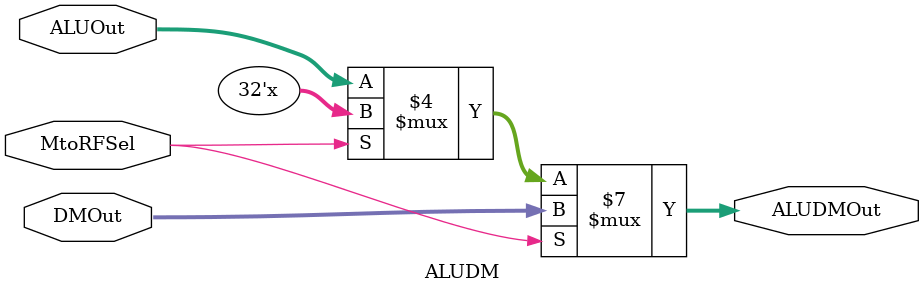
<source format=v>
`timescale 1ns / 1ps


/// ALUDM MUX /// 
/*
    MUX that outputs ALUDM and connects to RFWD in the Register File
    RF receives data from DM for lw 
    RF receives its data from the ALUOut for R-Type instructions
*/
module ALUDM(
input MtoRFSel,
input [31 : 0] ALUOut,DMOut,
output reg [31 : 0] ALUDMOut
);

always @(*) begin
    
    if(MtoRFSel == 1'b1) begin //R-Type
        ALUDMOut <= DMOut;
        end
  
    else if(MtoRFSel == 1'b0) begin
        ALUDMOut <= ALUOut;  //Load Word 
        end
    
end

endmodule
</source>
